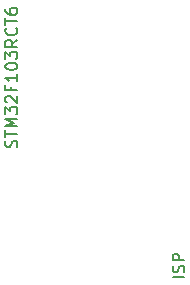
<source format=gbr>
G04 #@! TF.FileFunction,Other,Fab,Top*
%FSLAX46Y46*%
G04 Gerber Fmt 4.6, Leading zero omitted, Abs format (unit mm)*
G04 Created by KiCad (PCBNEW 4.0.2-stable) date 2016年09月17日 星期六 10:25:48*
%MOMM*%
G01*
G04 APERTURE LIST*
%ADD10C,0.100000*%
%ADD11C,0.150000*%
G04 APERTURE END LIST*
D10*
D11*
X151634381Y-100798190D02*
X150634381Y-100798190D01*
X151586762Y-100369619D02*
X151634381Y-100226762D01*
X151634381Y-99988666D01*
X151586762Y-99893428D01*
X151539143Y-99845809D01*
X151443905Y-99798190D01*
X151348667Y-99798190D01*
X151253429Y-99845809D01*
X151205810Y-99893428D01*
X151158190Y-99988666D01*
X151110571Y-100179143D01*
X151062952Y-100274381D01*
X151015333Y-100322000D01*
X150920095Y-100369619D01*
X150824857Y-100369619D01*
X150729619Y-100322000D01*
X150682000Y-100274381D01*
X150634381Y-100179143D01*
X150634381Y-99941047D01*
X150682000Y-99798190D01*
X151634381Y-99369619D02*
X150634381Y-99369619D01*
X150634381Y-98988666D01*
X150682000Y-98893428D01*
X150729619Y-98845809D01*
X150824857Y-98798190D01*
X150967714Y-98798190D01*
X151062952Y-98845809D01*
X151110571Y-98893428D01*
X151158190Y-98988666D01*
X151158190Y-99369619D01*
X137437762Y-89788262D02*
X137485381Y-89645405D01*
X137485381Y-89407309D01*
X137437762Y-89312071D01*
X137390143Y-89264452D01*
X137294905Y-89216833D01*
X137199667Y-89216833D01*
X137104429Y-89264452D01*
X137056810Y-89312071D01*
X137009190Y-89407309D01*
X136961571Y-89597786D01*
X136913952Y-89693024D01*
X136866333Y-89740643D01*
X136771095Y-89788262D01*
X136675857Y-89788262D01*
X136580619Y-89740643D01*
X136533000Y-89693024D01*
X136485381Y-89597786D01*
X136485381Y-89359690D01*
X136533000Y-89216833D01*
X136485381Y-88931119D02*
X136485381Y-88359690D01*
X137485381Y-88645405D02*
X136485381Y-88645405D01*
X137485381Y-88026357D02*
X136485381Y-88026357D01*
X137199667Y-87693023D01*
X136485381Y-87359690D01*
X137485381Y-87359690D01*
X136485381Y-86978738D02*
X136485381Y-86359690D01*
X136866333Y-86693024D01*
X136866333Y-86550166D01*
X136913952Y-86454928D01*
X136961571Y-86407309D01*
X137056810Y-86359690D01*
X137294905Y-86359690D01*
X137390143Y-86407309D01*
X137437762Y-86454928D01*
X137485381Y-86550166D01*
X137485381Y-86835881D01*
X137437762Y-86931119D01*
X137390143Y-86978738D01*
X136580619Y-85978738D02*
X136533000Y-85931119D01*
X136485381Y-85835881D01*
X136485381Y-85597785D01*
X136533000Y-85502547D01*
X136580619Y-85454928D01*
X136675857Y-85407309D01*
X136771095Y-85407309D01*
X136913952Y-85454928D01*
X137485381Y-86026357D01*
X137485381Y-85407309D01*
X136961571Y-84645404D02*
X136961571Y-84978738D01*
X137485381Y-84978738D02*
X136485381Y-84978738D01*
X136485381Y-84502547D01*
X137485381Y-83597785D02*
X137485381Y-84169214D01*
X137485381Y-83883500D02*
X136485381Y-83883500D01*
X136628238Y-83978738D01*
X136723476Y-84073976D01*
X136771095Y-84169214D01*
X136485381Y-82978738D02*
X136485381Y-82883499D01*
X136533000Y-82788261D01*
X136580619Y-82740642D01*
X136675857Y-82693023D01*
X136866333Y-82645404D01*
X137104429Y-82645404D01*
X137294905Y-82693023D01*
X137390143Y-82740642D01*
X137437762Y-82788261D01*
X137485381Y-82883499D01*
X137485381Y-82978738D01*
X137437762Y-83073976D01*
X137390143Y-83121595D01*
X137294905Y-83169214D01*
X137104429Y-83216833D01*
X136866333Y-83216833D01*
X136675857Y-83169214D01*
X136580619Y-83121595D01*
X136533000Y-83073976D01*
X136485381Y-82978738D01*
X136485381Y-82312071D02*
X136485381Y-81693023D01*
X136866333Y-82026357D01*
X136866333Y-81883499D01*
X136913952Y-81788261D01*
X136961571Y-81740642D01*
X137056810Y-81693023D01*
X137294905Y-81693023D01*
X137390143Y-81740642D01*
X137437762Y-81788261D01*
X137485381Y-81883499D01*
X137485381Y-82169214D01*
X137437762Y-82264452D01*
X137390143Y-82312071D01*
X137485381Y-80693023D02*
X137009190Y-81026357D01*
X137485381Y-81264452D02*
X136485381Y-81264452D01*
X136485381Y-80883499D01*
X136533000Y-80788261D01*
X136580619Y-80740642D01*
X136675857Y-80693023D01*
X136818714Y-80693023D01*
X136913952Y-80740642D01*
X136961571Y-80788261D01*
X137009190Y-80883499D01*
X137009190Y-81264452D01*
X137390143Y-79693023D02*
X137437762Y-79740642D01*
X137485381Y-79883499D01*
X137485381Y-79978737D01*
X137437762Y-80121595D01*
X137342524Y-80216833D01*
X137247286Y-80264452D01*
X137056810Y-80312071D01*
X136913952Y-80312071D01*
X136723476Y-80264452D01*
X136628238Y-80216833D01*
X136533000Y-80121595D01*
X136485381Y-79978737D01*
X136485381Y-79883499D01*
X136533000Y-79740642D01*
X136580619Y-79693023D01*
X136485381Y-79407309D02*
X136485381Y-78835880D01*
X137485381Y-79121595D02*
X136485381Y-79121595D01*
X136485381Y-78073975D02*
X136485381Y-78264452D01*
X136533000Y-78359690D01*
X136580619Y-78407309D01*
X136723476Y-78502547D01*
X136913952Y-78550166D01*
X137294905Y-78550166D01*
X137390143Y-78502547D01*
X137437762Y-78454928D01*
X137485381Y-78359690D01*
X137485381Y-78169213D01*
X137437762Y-78073975D01*
X137390143Y-78026356D01*
X137294905Y-77978737D01*
X137056810Y-77978737D01*
X136961571Y-78026356D01*
X136913952Y-78073975D01*
X136866333Y-78169213D01*
X136866333Y-78359690D01*
X136913952Y-78454928D01*
X136961571Y-78502547D01*
X137056810Y-78550166D01*
M02*

</source>
